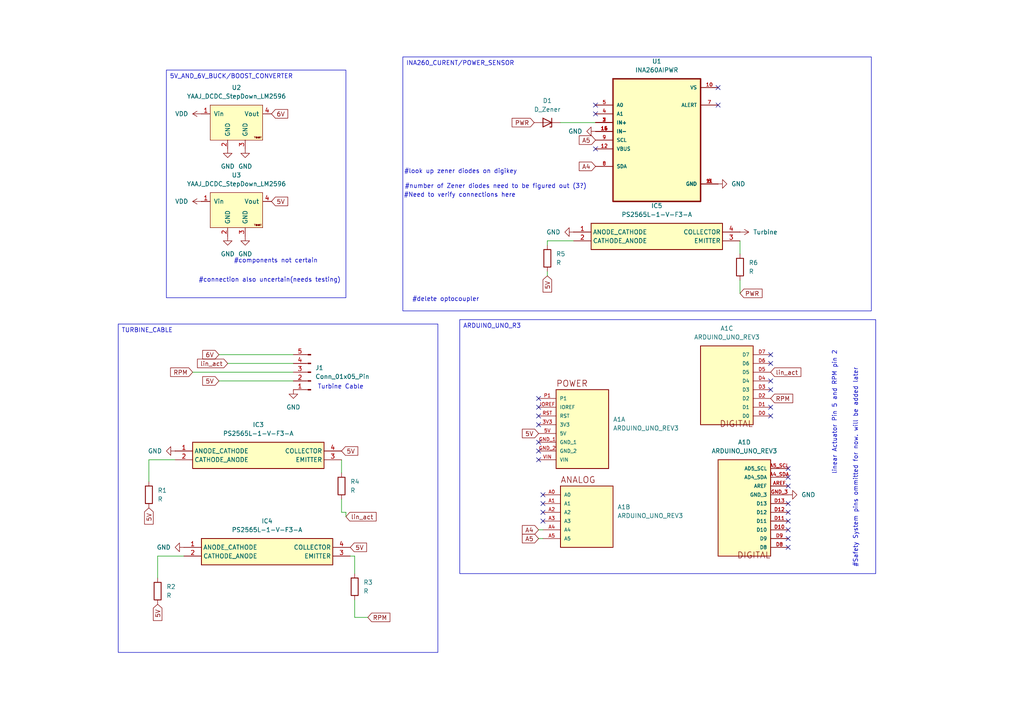
<source format=kicad_sch>
(kicad_sch (version 20250114) (generator "eeschema") (generator_version "9.0")
  (paper "A4")
  (lib_symbols
    (symbol "ARDUINO_UNO_REV3:ARDUINO_UNO_REV3" (pin_names (offset 1.016))
      (property "Reference" "A" (at -7.62 16.002 0))
      (property "Value" "ARDUINO_UNO_REV3" (at -7.62 -12.7 0))
      (symbol "ARDUINO_UNO_REV3_1_0"
        (rectangle (start -7.62 -10.16) (end 7.62 12.7) (stroke (width 0.254)) (fill (type background)))
        (text "POWER" (at -7.62 13.462 0) (effects (font (size 1.778 1.778)) (justify left bottom)))
        (pin bidirectional line (at -12.7 10.16 0) (length 5.08) (name "P1") (number "P1"))
        (pin bidirectional line (at -12.7 7.62 0) (length 5.08) (name "IOREF") (number "IOREF"))
        (pin bidirectional line (at -12.7 5.08 0) (length 5.08) (name "RST") (number "RST"))
        (pin power_in line (at -12.7 2.54 0) (length 5.08) (name "3V3") (number "3V3"))
        (pin power_in line (at -12.7 0 0) (length 5.08) (name "5V") (number "5V"))
        (pin power_in line (at -12.7 -2.54 0) (length 5.08) (name "GND_1") (number "GND_1"))
        (pin power_in line (at -12.7 -5.08 0) (length 5.08) (name "GND_2") (number "GND_2"))
        (pin power_in line (at -12.7 -7.62 0) (length 5.08) (name "VIN") (number "VIN"))
      )
      (symbol "ARDUINO_UNO_REV3_2_0"
        (rectangle (start -7.62 -10.16) (end 7.62 7.62) (stroke (width 0.254)) (fill (type background)))
        (text "ANALOG" (at -7.62 8.382 0) (effects (font (size 1.778 1.778)) (justify left bottom)))
        (pin bidirectional line (at -12.7 5.08 0) (length 5.08) (name "A0") (number "A0"))
        (pin bidirectional line (at -12.7 2.54 0) (length 5.08) (name "A1") (number "A1"))
        (pin bidirectional line (at -12.7 0 0) (length 5.08) (name "A2") (number "A2"))
        (pin bidirectional line (at -12.7 -2.54 0) (length 5.08) (name "A3") (number "A3"))
        (pin bidirectional line (at -12.7 -5.08 0) (length 5.08) (name "A4") (number "A4"))
        (pin bidirectional line (at -12.7 -7.62 0) (length 5.08) (name "A5") (number "A5"))
      )
      (symbol "ARDUINO_UNO_REV3_3_0"
        (rectangle (start -7.62 -12.7) (end 7.62 10.16) (stroke (width 0.254)) (fill (type background)))
        (text "DIGITAL" (at -7.62 10.922 0) (effects (font (size 1.778 1.778)) (justify left bottom)))
        (pin bidirectional line (at -12.7 7.62 0) (length 5.08) (name "D0") (number "D0"))
        (pin bidirectional line (at -12.7 5.08 0) (length 5.08) (name "D1") (number "D1"))
        (pin bidirectional line (at -12.7 2.54 0) (length 5.08) (name "D2") (number "D2"))
        (pin bidirectional line (at -12.7 0 0) (length 5.08) (name "D3") (number "D3"))
        (pin bidirectional line (at -12.7 -2.54 0) (length 5.08) (name "D4") (number "D4"))
        (pin bidirectional line (at -12.7 -5.08 0) (length 5.08) (name "D5") (number "D5"))
        (pin bidirectional line (at -12.7 -7.62 0) (length 5.08) (name "D6") (number "D6"))
        (pin bidirectional line (at -12.7 -10.16 0) (length 5.08) (name "D7") (number "D7"))
      )
      (symbol "ARDUINO_UNO_REV3_4_0"
        (rectangle (start -7.62 -15.24) (end 7.62 12.7) (stroke (width 0.254)) (fill (type background)))
        (text "DIGITAL" (at -7.62 13.462 0) (effects (font (size 1.778 1.778)) (justify left bottom)))
        (pin bidirectional line (at -12.7 10.16 0) (length 5.08) (name "D8") (number "D8"))
        (pin bidirectional line (at -12.7 7.62 0) (length 5.08) (name "D9") (number "D9"))
        (pin bidirectional line (at -12.7 5.08 0) (length 5.08) (name "D10") (number "D10"))
        (pin bidirectional line (at -12.7 2.54 0) (length 5.08) (name "D11") (number "D11"))
        (pin bidirectional line (at -12.7 0 0) (length 5.08) (name "D12") (number "D12"))
        (pin bidirectional line (at -12.7 -2.54 0) (length 5.08) (name "D13") (number "D13"))
        (pin power_in line (at -12.7 -5.08 0) (length 5.08) (name "GND_3") (number "GND_3"))
        (pin bidirectional line (at -12.7 -7.62 0) (length 5.08) (name "AREF") (number "AREF"))
        (pin bidirectional line (at -12.7 -10.16 0) (length 5.08) (name "AD4_SDA") (number "A4_SDA"))
        (pin bidirectional line (at -12.7 -12.7 0) (length 5.08) (name "AD5_SCL") (number "A5_SCL"))
      )
    )
    (symbol "Connector:Conn_01x05_Pin" (pin_names (offset 1.016) (hide yes))
      (property "Reference" "J" (at 0 7.62 0))
      (property "Value" "Conn_01x05_Pin" (at 0 -7.62 0))
      (symbol "Conn_01x05_Pin_1_1"
        (rectangle (start 0.8636 5.207) (end 0 4.953) (stroke (width 0.1524)) (fill (type outline)))
        (rectangle (start 0.8636 2.667) (end 0 2.413) (stroke (width 0.1524)) (fill (type outline)))
        (rectangle (start 0.8636 0.127) (end 0 -0.127) (stroke (width 0.1524)) (fill (type outline)))
        (rectangle (start 0.8636 -2.413) (end 0 -2.667) (stroke (width 0.1524)) (fill (type outline)))
        (rectangle (start 0.8636 -4.953) (end 0 -5.207) (stroke (width 0.1524)) (fill (type outline)))
        (polyline (pts (xy 1.27 5.08) (xy 0.8636 5.08)) (stroke (width 0.1524)))
        (polyline (pts (xy 1.27 2.54) (xy 0.8636 2.54)) (stroke (width 0.1524)))
        (polyline (pts (xy 1.27 0) (xy 0.8636 0)) (stroke (width 0.1524)))
        (polyline (pts (xy 1.27 -2.54) (xy 0.8636 -2.54)) (stroke (width 0.1524)))
        (polyline (pts (xy 1.27 -5.08) (xy 0.8636 -5.08)) (stroke (width 0.1524)))
        (pin passive line (at 5.08 5.08 180) (length 3.81) (name "Pin_1") (number "1"))
        (pin passive line (at 5.08 2.54 180) (length 3.81) (name "Pin_2") (number "2"))
        (pin passive line (at 5.08 0 180) (length 3.81) (name "Pin_3") (number "3"))
        (pin passive line (at 5.08 -2.54 180) (length 3.81) (name "Pin_4") (number "4"))
        (pin passive line (at 5.08 -5.08 180) (length 3.81) (name "Pin_5") (number "5"))
      )
    )
    (symbol "Device:D_Zener" (pin_numbers (hide yes)) (pin_names (offset 1.016) (hide yes))
      (property "Reference" "D" (at 0 2.54 0))
      (property "Value" "D_Zener" (at 0 -2.54 0))
      (symbol "D_Zener_0_1"
        (polyline (pts (xy -1.27 -1.27) (xy -1.27 1.27) (xy -0.762 1.27)) (stroke (width 0.254)))
        (polyline (pts (xy 1.27 0) (xy -1.27 0)))
        (polyline (pts (xy 1.27 -1.27) (xy 1.27 1.27) (xy -1.27 0) (xy 1.27 -1.27)) (stroke (width 0.254)))
      )
      (symbol "D_Zener_1_1"
        (pin passive line (at -3.81 0 0) (length 2.54) (name "K") (number "1"))
        (pin passive line (at 3.81 0 180) (length 2.54) (name "A") (number "2"))
      )
    )
    (symbol "Device:R" (pin_numbers (hide yes)) (pin_names (offset 0))
      (property "Reference" "R" (at 2.032 0 90))
      (property "Value" "R" (at 0 0 90))
      (symbol "R_0_1"
        (rectangle (start -1.016 -2.54) (end 1.016 2.54) (stroke (width 0.254)))
      )
      (symbol "R_1_1"
        (pin passive line (at 0 3.81 270) (length 1.27) (name "~") (number "1"))
        (pin passive line (at 0 -3.81 90) (length 1.27) (name "~") (number "2"))
      )
    )
    (symbol "INA260AIPWR:INA260AIPWR" (pin_names (offset 1.016))
      (property "Reference" "U" (at -12.7 18.78 0))
      (property "Value" "INA260AIPWR" (at -12.7 -21.78 0))
      (symbol "INA260AIPWR_0_0"
        (rectangle (start -12.7 -17.78) (end 12.7 17.78) (stroke (width 0.41)) (fill (type background)))
        (pin input line (at -17.78 10.16 0) (length 5.08) (name "A0") (number "5"))
        (pin input line (at -17.78 7.62 0) (length 5.08) (name "A1") (number "4"))
        (pin input line (at -17.78 5.08 0) (length 5.08) (name "IN+") (number "1"))
        (pin input line (at -17.78 5.08 0) (length 5.08) (name "IN+") (number "2"))
        (pin input line (at -17.78 5.08 0) (length 5.08) (name "IN+") (number "3"))
        (pin input line (at -17.78 2.54 0) (length 5.08) (name "IN-") (number "14"))
        (pin input line (at -17.78 2.54 0) (length 5.08) (name "IN-") (number "15"))
        (pin input line (at -17.78 2.54 0) (length 5.08) (name "IN-") (number "16"))
        (pin input line (at -17.78 0 0) (length 5.08) (name "SCL") (number "9"))
        (pin input line (at -17.78 -2.54 0) (length 5.08) (name "VBUS") (number "12"))
        (pin bidirectional line (at -17.78 -7.62 0) (length 5.08) (name "SDA") (number "8"))
        (pin power_in line (at 17.78 15.24 180) (length 5.08) (name "VS") (number "10"))
        (pin output line (at 17.78 10.16 180) (length 5.08) (name "ALERT") (number "7"))
        (pin power_in line (at 17.78 -12.7 180) (length 5.08) (name "GND") (number "11"))
        (pin power_in line (at 17.78 -12.7 180) (length 5.08) (name "GND") (number "6"))
      )
    )
    (symbol "LM2596:YAAJ_DCDC_StepDown_LM2596" (pin_names (offset 1.016))
      (property "Reference" "U" (at -5.08 6.35 0))
      (property "Value" "YAAJ_DCDC_StepDown_LM2596" (at 0 11.43 0))
      (symbol "YAAJ_DCDC_StepDown_LM2596_0_1"
        (rectangle (start -7.62 5.08) (end 7.62 -5.08) (fill (type background)))
      )
      (symbol "YAAJ_DCDC_StepDown_LM2596_1_1"
        (text "Y@@V" (at 6.1976 -4.2672 0) (effects (font (size 0.508 0.508))))
        (pin power_in line (at -10.16 2.54 0) (length 2.54) (name "Vin") (number "1"))
        (pin power_in line (at -2.54 -7.62 90) (length 2.54) (name "GND") (number "2"))
        (pin power_in line (at 2.54 -7.62 90) (length 2.54) (name "GND") (number "3"))
        (pin power_out line (at 10.16 2.54 180) (length 2.54) (name "Vout") (number "4"))
      )
    )
    (symbol "PS2565L-1-V-F3-A:PS2565L-1-V-F3-A"
      (property "Reference" "IC" (at 44.45 7.62 0))
      (property "Value" "PS2565L-1-V-F3-A" (at 44.45 5.08 0))
      (symbol "PS2565L-1-V-F3-A_1_1"
        (rectangle (start 5.08 2.54) (end 43.18 -5.08) (stroke (width 0.254)) (fill (type background)))
        (pin passive line (at 0 0 0) (length 5.08) (name "ANODE_CATHODE") (number "1"))
        (pin passive line (at 0 -2.54 0) (length 5.08) (name "CATHODE_ANODE") (number "2"))
        (pin passive line (at 48.26 0 180) (length 5.08) (name "COLLECTOR") (number "4"))
        (pin passive line (at 48.26 -2.54 180) (length 5.08) (name "EMITTER") (number "3"))
      )
    )
    (symbol "power:GND" (power) (pin_numbers (hide yes)) (pin_names (offset 0) (hide yes))
      (property "Value" "GND" (at 0 -3.81 0))
      (symbol "GND_0_1"
        (polyline (pts (xy 0 0) (xy 0 -1.27) (xy 1.27 -1.27) (xy 0 -2.54) (xy -1.27 -1.27) (xy 0 -1.27)))
      )
      (symbol "GND_1_1"
        (pin power_in line (at 0 0 270) (length 0) (name "~") (number "1"))
      )
    )
    (symbol "power:VDD" (power) (pin_numbers (hide yes)) (pin_names (offset 0) (hide yes))
      (property "Value" "VDD" (at 0 3.556 0))
      (symbol "VDD_0_1"
        (polyline (pts (xy -0.762 1.27) (xy 0 2.54)))
        (polyline (pts (xy 0 2.54) (xy 0.762 1.27)))
        (polyline (pts (xy 0 0) (xy 0 2.54)))
      )
      (symbol "VDD_1_1"
        (pin power_in line (at 0 0 90) (length 0) (name "~") (number "1"))
      )
    )
  )
  (text "#Safety System pins ommitted for now. will be added later" (at 248.158 135.636 90) (effects (font (size 1.27 1.27))))
  (text "#Need to verify connections here" (at 133.35 56.642 0) (effects (font (size 1.27 1.27))))
  (text "#connection also uncertain(needs testing)" (at 78.232 81.28 0) (effects (font (size 1.27 1.27))))
  (text "linear Actuator Pin 5 and RPM pin 2" (at 242.062 119.634 90) (effects (font (size 1.27 1.27))))
  (text "#look up zener diodes on digikey" (at 133.604 49.784 0) (effects (font (size 1.27 1.27))))
  (text "#delete optocoupler" (at 129.286 86.868 0) (effects (font (size 1.27 1.27))))
  (text "#number of Zener diodes need to be figured out (3?) " (at 144.272 54.102 0) (effects (font (size 1.27 1.27))))
  (text "Turbine Cable" (at 98.806 112.268 0) (effects (font (size 1.27 1.27))))
  (text "#components not certain" (at 80.01 75.692 0) (effects (font (size 1.27 1.27))))
  (text_box "TURBINE_CABLE" (at 34.29 93.98 0) (size 92.71 95.25) (margins 0.9525 0.9525 0.9525 0.9525) (effects (font (size 1.27 1.27)) (justify left top)))
  (text_box "ARDUINO_UNO_R3" (at 133.35 92.71 0) (size 120.65 73.66) (margins 0.9525 0.9525 0.9525 0.9525) (effects (font (size 1.27 1.27)) (justify left top)))
  (text_box "5V_AND_6V_BUCK/BOOST_CONVERTER" (at 48.26 20.32 0) (size 52.07 66.04) (margins 0.9525 0.9525 0.9525 0.9525) (effects (font (size 1.27 1.27)) (justify left top)))
  (text_box "INA260_CURENT/POWER_SENSOR" (at 116.84 16.51 0) (size 135.89 73.66) (margins 0.9525 0.9525 0.9525 0.9525) (effects (font (size 1.27 1.27)) (justify left top)))
  (no_connect (at 223.52 110.49))
  (no_connect (at 172.72 30.48))
  (no_connect (at 156.21 118.11))
  (no_connect (at 228.6 146.05))
  (no_connect (at 228.6 151.13))
  (no_connect (at 228.6 158.75))
  (no_connect (at 157.48 148.59))
  (no_connect (at 208.28 25.4))
  (no_connect (at 156.21 128.27))
  (no_connect (at 228.6 153.67))
  (no_connect (at 223.52 105.41))
  (no_connect (at 223.52 113.03))
  (no_connect (at 156.21 133.35))
  (no_connect (at 157.48 146.05))
  (no_connect (at 228.6 138.43))
  (no_connect (at 208.28 30.48))
  (no_connect (at 157.48 143.51))
  (no_connect (at 228.6 140.97))
  (no_connect (at 223.52 120.65))
  (no_connect (at 172.72 33.02))
  (no_connect (at 156.21 115.57))
  (no_connect (at 223.52 102.87))
  (no_connect (at 172.72 43.18))
  (no_connect (at 228.6 148.59))
  (no_connect (at 156.21 130.81))
  (no_connect (at 228.6 135.89))
  (no_connect (at 156.21 120.65))
  (no_connect (at 223.52 118.11))
  (no_connect (at 156.21 123.19))
  (no_connect (at 157.48 151.13))
  (no_connect (at 228.6 156.21))
  (wire (pts (xy 102.87 179.07) (xy 102.87 173.99)))
  (wire (pts (xy 45.72 161.29) (xy 45.72 167.64)))
  (wire (pts (xy 162.56 35.56) (xy 172.72 35.56)))
  (wire (pts (xy 85.09 105.41) (xy 66.04 105.41)))
  (wire (pts (xy 157.48 156.21) (xy 156.21 156.21)))
  (wire (pts (xy 100.33 149.86) (xy 100.33 148.59)))
  (wire (pts (xy 158.75 69.85) (xy 158.75 71.12)))
  (wire (pts (xy 157.48 153.67) (xy 156.21 153.67)))
  (wire (pts (xy 50.8 133.35) (xy 43.18 133.35)))
  (wire (pts (xy 214.63 73.66) (xy 214.63 69.85)))
  (wire (pts (xy 99.06 148.59) (xy 99.06 144.78)))
  (wire (pts (xy 100.33 148.59) (xy 99.06 148.59)))
  (wire (pts (xy 106.68 179.07) (xy 102.87 179.07)))
  (wire (pts (xy 102.87 161.29) (xy 101.6 161.29)))
  (wire (pts (xy 85.09 110.49) (xy 63.5 110.49)))
  (wire (pts (xy 166.37 69.85) (xy 158.75 69.85)))
  (wire (pts (xy 214.63 85.09) (xy 214.63 81.28)))
  (wire (pts (xy 158.75 78.74) (xy 158.75 80.01)))
  (wire (pts (xy 55.88 107.95) (xy 85.09 107.95)))
  (wire (pts (xy 53.34 161.29) (xy 45.72 161.29)))
  (wire (pts (xy 85.09 102.87) (xy 63.5 102.87)))
  (wire (pts (xy 99.06 137.16) (xy 99.06 133.35)))
  (wire (pts (xy 43.18 133.35) (xy 43.18 139.7)))
  (wire (pts (xy 102.87 166.37) (xy 102.87 161.29)))
  (global_label "6V" (shape input) (at 63.5 102.87 180) (property "Intersheetrefs" "${INTERSHEET_REFS}" (effects (hide yes))))
  (global_label "A4" (shape input) (at 156.21 153.67 180) (property "Intersheetrefs" "${INTERSHEET_REFS}" (effects (hide yes))))
  (global_label "5V" (shape input) (at 99.06 130.81 0) (property "Intersheetrefs" "${INTERSHEET_REFS}" (effects (hide yes))))
  (global_label "PWR" (shape input) (at 154.94 35.56 180) (property "Intersheetrefs" "${INTERSHEET_REFS}" (effects (hide yes))))
  (global_label "5V" (shape input) (at 156.21 125.73 180) (property "Intersheetrefs" "${INTERSHEET_REFS}" (effects (hide yes))))
  (global_label "lin_act" (shape input) (at 100.33 149.86 0) (property "Intersheetrefs" "${INTERSHEET_REFS}" (effects (hide yes))))
  (global_label "lin_act" (shape input) (at 223.52 107.95 0) (property "Intersheetrefs" "${INTERSHEET_REFS}" (effects (hide yes))))
  (global_label "5V" (shape input) (at 78.74 58.42 0) (property "Intersheetrefs" "${INTERSHEET_REFS}" (effects (hide yes))))
  (global_label "A4" (shape input) (at 172.72 48.26 180) (property "Intersheetrefs" "${INTERSHEET_REFS}" (effects (hide yes))))
  (global_label "5V" (shape input) (at 43.18 147.32 270) (property "Intersheetrefs" "${INTERSHEET_REFS}" (effects (hide yes))))
  (global_label "5V" (shape input) (at 45.72 175.26 270) (property "Intersheetrefs" "${INTERSHEET_REFS}" (effects (hide yes))))
  (global_label "lin_act" (shape input) (at 66.04 105.41 180) (property "Intersheetrefs" "${INTERSHEET_REFS}" (effects (hide yes))))
  (global_label "5V" (shape input) (at 63.5 110.49 180) (property "Intersheetrefs" "${INTERSHEET_REFS}" (effects (hide yes))))
  (global_label "RPM" (shape input) (at 106.68 179.07 0) (property "Intersheetrefs" "${INTERSHEET_REFS}" (effects (hide yes))))
  (global_label "PWR" (shape input) (at 214.63 85.09 0) (property "Intersheetrefs" "${INTERSHEET_REFS}" (effects (hide yes))))
  (global_label "6V" (shape input) (at 78.74 33.02 0) (property "Intersheetrefs" "${INTERSHEET_REFS}" (effects (hide yes))))
  (global_label "RPM" (shape input) (at 55.88 107.95 180) (property "Intersheetrefs" "${INTERSHEET_REFS}" (effects (hide yes))))
  (global_label "5V" (shape input) (at 158.75 80.01 270) (property "Intersheetrefs" "${INTERSHEET_REFS}" (effects (hide yes))))
  (global_label "5V" (shape input) (at 101.6 158.75 0) (property "Intersheetrefs" "${INTERSHEET_REFS}" (effects (hide yes))))
  (global_label "A5" (shape input) (at 156.21 156.21 180) (property "Intersheetrefs" "${INTERSHEET_REFS}" (effects (hide yes))))
  (global_label "A5" (shape input) (at 172.72 40.64 180) (property "Intersheetrefs" "${INTERSHEET_REFS}" (effects (hide yes))))
  (global_label "RPM" (shape input) (at 223.52 115.57 0) (property "Intersheetrefs" "${INTERSHEET_REFS}" (effects (hide yes))))
  (symbol (lib_id "PS2565L-1-V-F3-A:PS2565L-1-V-F3-A") (at 50.8 130.81 0) (unit 1)
    (property "Reference" "IC3" (at 74.93 123.19 0))
    (property "Value" "PS2565L-1-V-F3-A" (at 74.93 125.73 0))
    (property "Footprint" "SOP254P960X380-4N" (effects (hide yes)))
    (property "Datasheet" "https://www.renesas.com/en-us/doc/YOUSYS/document/002/PN10236EJ05V0DS.pdf" (effects (hide yes)))
    (property "Description" "The PS2565-1 is optically coupled isolators containing GaAs light emitting diodes and an NPN silicon phototransistor. The PS2565-1 is in a plastic DIP (Dual In-line Package) and the PS2565L-1 is lead bending type (Gull-wing) for surface mount. The PS2565L1-1 is lead bending type for long creepage distance. The PS2565L2-1 is lead bending type for long creepage distance (Gull-wing) for surface mount." (effects (hide yes)))
    (property "Height" "3.8" (effects (hide yes)))
    (property "Manufacturer_Name" "Renesas Electronics" (effects (hide yes)))
    (property "Manufacturer_Part_Number" "PS2565L-1-V-F3-A" (effects (hide yes)))
    (property "Mouser Part Number" "968-PS2565L-1-V-F3-A" (effects (hide yes)))
    (property "Mouser Price/Stock" "https://www.mouser.com/Search/Refine.aspx?Keyword=968-PS2565L-1-V-F3-A" (effects (hide yes)))
    (property "Arrow Part Number" "PS2565L-1-V-F3-A" (effects (hide yes)))
    (property "Arrow Price/Stock" "https://www.arrow.com/en/products/ps2565l-1-v-f3-a/renesas-electronics" (effects (hide yes)))
  )
  (symbol (lib_id "Device:R") (at 99.06 140.97 0) (unit 1)
    (property "Reference" "R4" (at 101.6 139.6999 0) (effects (justify left)))
    (property "Value" "R" (at 101.6 142.2399 0) (effects (justify left)))
    (property "Description" "Resistor" (effects (hide yes)))
  )
  (symbol (lib_id "power:GND") (at 50.8 130.81 270) (unit 1)
    (property "Reference" "#PWR011" (effects (hide yes)))
    (property "Value" "GND" (at 46.99 130.8099 90) (effects (justify right)))
    (property "Description" "Power symbol creates a global label with name \"GND\" , ground" (effects (hide yes)))
  )
  (symbol (lib_id "power:GND") (at 172.72 38.1 270) (unit 1)
    (property "Reference" "#PWR03" (effects (hide yes)))
    (property "Value" "GND" (at 168.91 38.0999 90) (effects (justify right)))
    (property "Description" "Power symbol creates a global label with name \"GND\" , ground" (effects (hide yes)))
  )
  (symbol (lib_id "Connector:Conn_01x05_Pin") (at 90.17 107.95 180) (unit 1)
    (property "Reference" "J1" (at 91.44 106.6799 0) (effects (justify right)))
    (property "Value" "Conn_01x05_Pin" (at 91.44 109.2199 0) (effects (justify right)))
    (property "Footprint" "Connector_PinHeader_2.54mm:PinHeader_1x05_P2.54mm_Horizontal" (effects (hide yes)))
    (property "Description" "Generic connector, single row, 01x05, script generated" (effects (hide yes)))
  )
  (symbol (lib_id "Device:R") (at 45.72 171.45 0) (unit 1)
    (property "Reference" "R2" (at 48.26 170.1799 0) (effects (justify left)))
    (property "Value" "R" (at 48.26 172.7199 0) (effects (justify left)))
    (property "Description" "Resistor" (effects (hide yes)))
  )
  (symbol (lib_id "PS2565L-1-V-F3-A:PS2565L-1-V-F3-A") (at 166.37 67.31 0) (unit 1)
    (property "Reference" "IC5" (at 190.5 59.69 0))
    (property "Value" "PS2565L-1-V-F3-A" (at 190.5 62.23 0))
    (property "Footprint" "SOP254P960X380-4N" (effects (hide yes)))
    (property "Datasheet" "https://www.renesas.com/en-us/doc/YOUSYS/document/002/PN10236EJ05V0DS.pdf" (effects (hide yes)))
    (property "Description" "The PS2565-1 is optically coupled isolators containing GaAs light emitting diodes and an NPN silicon phototransistor. The PS2565-1 is in a plastic DIP (Dual In-line Package) and the PS2565L-1 is lead bending type (Gull-wing) for surface mount. The PS2565L1-1 is lead bending type for long creepage distance. The PS2565L2-1 is lead bending type for long creepage distance (Gull-wing) for surface mount." (effects (hide yes)))
    (property "Height" "3.8" (effects (hide yes)))
    (property "Manufacturer_Name" "Renesas Electronics" (effects (hide yes)))
    (property "Manufacturer_Part_Number" "PS2565L-1-V-F3-A" (effects (hide yes)))
    (property "Mouser Part Number" "968-PS2565L-1-V-F3-A" (effects (hide yes)))
    (property "Mouser Price/Stock" "https://www.mouser.com/Search/Refine.aspx?Keyword=968-PS2565L-1-V-F3-A" (effects (hide yes)))
    (property "Arrow Part Number" "PS2565L-1-V-F3-A" (effects (hide yes)))
    (property "Arrow Price/Stock" "https://www.arrow.com/en/products/ps2565l-1-v-f3-a/renesas-electronics" (effects (hide yes)))
  )
  (symbol (lib_id "ARDUINO_UNO_REV3:ARDUINO_UNO_REV3") (at 168.91 125.73 0) (unit 1)
    (property "Reference" "A1" (at 177.8 121.6499 0) (effects (justify left)))
    (property "Value" "ARDUINO_UNO_REV3" (at 177.8 124.1899 0) (effects (justify left)))
    (property "Footprint" "Module:Arduino_UNO_R3" (effects (hide yes)))
    (property "MF" "Arduino" (effects (hide yes)))
    (property "MAXIMUM_PACKAGE_HEIGHT" "N/A" (effects (hide yes)))
    (property "Package" "Non-Standard Arduino" (effects (hide yes)))
    (property "Price" "None" (effects (hide yes)))
    (property "Check_prices" "https://www.snapeda.com/parts/Arduino%20Uno%20Rev3/Arduino/view-part/?ref=eda" (effects (hide yes)))
    (property "STANDARD" "Manufacturer Recommendations" (effects (hide yes)))
    (property "PARTREV" "N/A" (effects (hide yes)))
    (property "SnapEDA_Link" "https://www.snapeda.com/parts/Arduino%20Uno%20Rev3/Arduino/view-part/?ref=snap" (effects (hide yes)))
    (property "MP" "Arduino Uno Rev3" (effects (hide yes)))
    (property "Description_1" "\n                        \n                            Microcontroller board based on the ATmega328P.\n                        \n" (effects (hide yes)))
    (property "MANUFACTURER" "Arduino" (effects (hide yes)))
    (property "Availability" "Not in stock" (effects (hide yes)))
    (property "SNAPEDA_PN" "ARDUINO UNO REV3" (effects (hide yes)))
  )
  (symbol (lib_id "power:GND") (at 85.09 113.03 0) (unit 1)
    (property "Reference" "#PWR014" (effects (hide yes)))
    (property "Value" "GND" (at 85.09 118.11 0))
    (property "Description" "Power symbol creates a global label with name \"GND\" , ground" (effects (hide yes)))
  )
  (symbol (lib_id "power:GND") (at 166.37 67.31 270) (unit 1)
    (property "Reference" "#PWR015" (effects (hide yes)))
    (property "Value" "GND" (at 162.56 67.3099 90) (effects (justify right)))
    (property "Description" "Power symbol creates a global label with name \"GND\" , ground" (effects (hide yes)))
  )
  (symbol (lib_id "Device:R") (at 214.63 77.47 0) (unit 1)
    (property "Reference" "R6" (at 217.17 76.1999 0) (effects (justify left)))
    (property "Value" "R" (at 217.17 78.7399 0) (effects (justify left)))
    (property "Description" "Resistor" (effects (hide yes)))
  )
  (symbol (lib_id "power:VDD") (at 214.63 67.31 270) (unit 1)
    (property "Reference" "#PWR08" (effects (hide yes)))
    (property "Value" "Turbine" (at 218.44 67.3099 90) (effects (justify left)))
    (property "Description" "Power symbol creates a global label with name \"VDD\"" (effects (hide yes)))
  )
  (symbol (lib_id "power:GND") (at 208.28 53.34 90) (unit 1)
    (property "Reference" "#PWR09" (effects (hide yes)))
    (property "Value" "GND" (at 212.09 53.3399 90) (effects (justify right)))
    (property "Description" "Power symbol creates a global label with name \"GND\" , ground" (effects (hide yes)))
  )
  (symbol (lib_id "PS2565L-1-V-F3-A:PS2565L-1-V-F3-A") (at 53.34 158.75 0) (unit 1)
    (property "Reference" "IC4" (at 77.47 151.13 0))
    (property "Value" "PS2565L-1-V-F3-A" (at 77.47 153.67 0))
    (property "Footprint" "SOP254P960X380-4N" (effects (hide yes)))
    (property "Datasheet" "https://www.renesas.com/en-us/doc/YOUSYS/document/002/PN10236EJ05V0DS.pdf" (effects (hide yes)))
    (property "Description" "The PS2565-1 is optically coupled isolators containing GaAs light emitting diodes and an NPN silicon phototransistor. The PS2565-1 is in a plastic DIP (Dual In-line Package) and the PS2565L-1 is lead bending type (Gull-wing) for surface mount. The PS2565L1-1 is lead bending type for long creepage distance. The PS2565L2-1 is lead bending type for long creepage distance (Gull-wing) for surface mount." (effects (hide yes)))
    (property "Height" "3.8" (effects (hide yes)))
    (property "Manufacturer_Name" "Renesas Electronics" (effects (hide yes)))
    (property "Manufacturer_Part_Number" "PS2565L-1-V-F3-A" (effects (hide yes)))
    (property "Mouser Part Number" "968-PS2565L-1-V-F3-A" (effects (hide yes)))
    (property "Mouser Price/Stock" "https://www.mouser.com/Search/Refine.aspx?Keyword=968-PS2565L-1-V-F3-A" (effects (hide yes)))
    (property "Arrow Part Number" "PS2565L-1-V-F3-A" (effects (hide yes)))
    (property "Arrow Price/Stock" "https://www.arrow.com/en/products/ps2565l-1-v-f3-a/renesas-electronics" (effects (hide yes)))
  )
  (symbol (lib_id "Device:R") (at 158.75 74.93 0) (unit 1)
    (property "Reference" "R5" (at 161.29 73.6599 0) (effects (justify left)))
    (property "Value" "R" (at 161.29 76.1999 0) (effects (justify left)))
    (property "Description" "Resistor" (effects (hide yes)))
  )
  (symbol (lib_id "Device:D_Zener") (at 158.75 35.56 180) (unit 1)
    (property "Reference" "D1" (at 158.75 29.21 0))
    (property "Value" "D_Zener" (at 158.75 31.75 0))
    (property "Description" "Zener diode" (effects (hide yes)))
  )
  (symbol (lib_id "power:GND") (at 228.6 143.51 90) (unit 1)
    (property "Reference" "#PWR013" (effects (hide yes)))
    (property "Value" "GND" (at 232.41 143.5099 90) (effects (justify right)))
    (property "Description" "Power symbol creates a global label with name \"GND\" , ground" (effects (hide yes)))
  )
  (symbol (lib_id "power:GND") (at 71.12 68.58 0) (unit 1)
    (property "Reference" "#PWR04" (effects (hide yes)))
    (property "Value" "GND" (at 71.12 73.66 0))
    (property "Description" "Power symbol creates a global label with name \"GND\" , ground" (effects (hide yes)))
  )
  (symbol (lib_id "Device:R") (at 43.18 143.51 0) (unit 1)
    (property "Reference" "R1" (at 45.72 142.2399 0) (effects (justify left)))
    (property "Value" "R" (at 45.72 144.7799 0) (effects (justify left)))
    (property "Description" "Resistor" (effects (hide yes)))
  )
  (symbol (lib_id "power:GND") (at 66.04 43.18 0) (unit 1)
    (property "Reference" "#PWR017" (effects (hide yes)))
    (property "Value" "GND" (at 66.04 48.26 0))
    (property "Description" "Power symbol creates a global label with name \"GND\" , ground" (effects (hide yes)))
  )
  (symbol (lib_id "Device:R") (at 102.87 170.18 0) (unit 1)
    (property "Reference" "R3" (at 105.41 168.9099 0) (effects (justify left)))
    (property "Value" "R" (at 105.41 171.4499 0) (effects (justify left)))
    (property "Description" "Resistor" (effects (hide yes)))
  )
  (symbol (lib_id "INA260AIPWR:INA260AIPWR") (at 190.5 40.64 0) (unit 1)
    (property "Reference" "U1" (at 190.5 17.78 0))
    (property "Value" "INA260AIPWR" (at 190.5 20.32 0))
    (property "Footprint" "wsg_fp:SOP65P490X110-8N" (effects (hide yes)))
    (property "MF" "Texas Instruments" (effects (hide yes)))
    (property "Description_1" "\n                        \n                            36V, 16-bit, precision i2c output current/voltage/power monitor w/ int. shunt resistor\n                        \n" (effects (hide yes)))
    (property "Package" "TSSOP-16 Texas Instruments" (effects (hide yes)))
    (property "Price" "None" (effects (hide yes)))
    (property "SnapEDA_Link" "https://www.snapeda.com/parts/INA260AIPWR/Texas+Instruments/view-part/?ref=snap" (effects (hide yes)))
    (property "MP" "INA260AIPWR" (effects (hide yes)))
    (property "Availability" "In Stock" (effects (hide yes)))
    (property "Check_prices" "https://www.snapeda.com/parts/INA260AIPWR/Texas+Instruments/view-part/?ref=eda" (effects (hide yes)))
  )
  (symbol (lib_id "power:VDD") (at 58.42 33.02 90) (unit 1)
    (property "Reference" "#PWR010" (effects (hide yes)))
    (property "Value" "VDD" (at 54.61 33.0199 90) (effects (justify left)))
    (property "Description" "Power symbol creates a global label with name \"VDD\"" (effects (hide yes)))
  )
  (symbol (lib_id "LM2596:YAAJ_DCDC_StepDown_LM2596") (at 68.58 60.96 0) (unit 1)
    (property "Reference" "U3" (at 68.58 50.8 0))
    (property "Value" "YAAJ_DCDC_StepDown_LM2596" (at 68.58 53.34 0))
    (property "Footprint" "footprints:TO263-5" (effects (hide yes)))
    (property "Description" "module : adjustable step down module 3.2V-40V to 1.25V-35V 3A" (effects (hide yes)))
  )
  (symbol (lib_id "power:VDD") (at 58.42 58.42 90) (unit 1)
    (property "Reference" "#PWR01" (effects (hide yes)))
    (property "Value" "VDD" (at 54.61 58.4199 90) (effects (justify left)))
    (property "Description" "Power symbol creates a global label with name \"VDD\"" (effects (hide yes)))
  )
  (symbol (lib_id "ARDUINO_UNO_REV3:ARDUINO_UNO_REV3") (at 210.82 113.03 180) (unit 3)
    (property "Reference" "A1" (at 210.82 95.25 0))
    (property "Value" "ARDUINO_UNO_REV3" (at 210.82 97.79 0))
    (property "Footprint" "Module:Arduino_UNO_R3" (effects (hide yes)))
    (property "MF" "Arduino" (effects (hide yes)))
    (property "MAXIMUM_PACKAGE_HEIGHT" "N/A" (effects (hide yes)))
    (property "Package" "Non-Standard Arduino" (effects (hide yes)))
    (property "Price" "None" (effects (hide yes)))
    (property "Check_prices" "https://www.snapeda.com/parts/Arduino%20Uno%20Rev3/Arduino/view-part/?ref=eda" (effects (hide yes)))
    (property "STANDARD" "Manufacturer Recommendations" (effects (hide yes)))
    (property "PARTREV" "N/A" (effects (hide yes)))
    (property "SnapEDA_Link" "https://www.snapeda.com/parts/Arduino%20Uno%20Rev3/Arduino/view-part/?ref=snap" (effects (hide yes)))
    (property "MP" "Arduino Uno Rev3" (effects (hide yes)))
    (property "Description_1" "\n                        \n                            Microcontroller board based on the ATmega328P.\n                        \n" (effects (hide yes)))
    (property "MANUFACTURER" "Arduino" (effects (hide yes)))
    (property "Availability" "Not in stock" (effects (hide yes)))
    (property "SNAPEDA_PN" "ARDUINO UNO REV3" (effects (hide yes)))
  )
  (symbol (lib_id "ARDUINO_UNO_REV3:ARDUINO_UNO_REV3") (at 215.9 148.59 180) (unit 4)
    (property "Reference" "A1" (at 215.9 128.27 0))
    (property "Value" "ARDUINO_UNO_REV3" (at 215.9 130.81 0))
    (property "Footprint" "Module:Arduino_UNO_R3" (effects (hide yes)))
    (property "MF" "Arduino" (effects (hide yes)))
    (property "MAXIMUM_PACKAGE_HEIGHT" "N/A" (effects (hide yes)))
    (property "Package" "Non-Standard Arduino" (effects (hide yes)))
    (property "Price" "None" (effects (hide yes)))
    (property "Check_prices" "https://www.snapeda.com/parts/Arduino%20Uno%20Rev3/Arduino/view-part/?ref=eda" (effects (hide yes)))
    (property "STANDARD" "Manufacturer Recommendations" (effects (hide yes)))
    (property "PARTREV" "N/A" (effects (hide yes)))
    (property "SnapEDA_Link" "https://www.snapeda.com/parts/Arduino%20Uno%20Rev3/Arduino/view-part/?ref=snap" (effects (hide yes)))
    (property "MP" "Arduino Uno Rev3" (effects (hide yes)))
    (property "Description_1" "\n                        \n                            Microcontroller board based on the ATmega328P.\n                        \n" (effects (hide yes)))
    (property "MANUFACTURER" "Arduino" (effects (hide yes)))
    (property "Availability" "Not in stock" (effects (hide yes)))
    (property "SNAPEDA_PN" "ARDUINO UNO REV3" (effects (hide yes)))
  )
  (symbol (lib_id "LM2596:YAAJ_DCDC_StepDown_LM2596") (at 68.58 35.56 0) (unit 1)
    (property "Reference" "U2" (at 68.58 25.4 0))
    (property "Value" "YAAJ_DCDC_StepDown_LM2596" (at 68.58 27.94 0))
    (property "Footprint" "footprints:TO263-5" (effects (hide yes)))
    (property "Description" "module : adjustable step down module 3.2V-40V to 1.25V-35V 3A" (effects (hide yes)))
  )
  (symbol (lib_id "power:GND") (at 71.12 43.18 0) (unit 1)
    (property "Reference" "#PWR016" (effects (hide yes)))
    (property "Value" "GND" (at 71.12 48.26 0))
    (property "Description" "Power symbol creates a global label with name \"GND\" , ground" (effects (hide yes)))
  )
  (symbol (lib_id "power:GND") (at 53.34 158.75 270) (unit 1)
    (property "Reference" "#PWR012" (effects (hide yes)))
    (property "Value" "GND" (at 49.53 158.7499 90) (effects (justify right)))
    (property "Description" "Power symbol creates a global label with name \"GND\" , ground" (effects (hide yes)))
  )
  (symbol (lib_id "ARDUINO_UNO_REV3:ARDUINO_UNO_REV3") (at 170.18 148.59 0) (unit 2)
    (property "Reference" "A1" (at 179.07 147.0499 0) (effects (justify left)))
    (property "Value" "ARDUINO_UNO_REV3" (at 179.07 149.5899 0) (effects (justify left)))
    (property "Footprint" "Module:Arduino_UNO_R3" (effects (hide yes)))
    (property "MF" "Arduino" (effects (hide yes)))
    (property "MAXIMUM_PACKAGE_HEIGHT" "N/A" (effects (hide yes)))
    (property "Package" "Non-Standard Arduino" (effects (hide yes)))
    (property "Price" "None" (effects (hide yes)))
    (property "Check_prices" "https://www.snapeda.com/parts/Arduino%20Uno%20Rev3/Arduino/view-part/?ref=eda" (effects (hide yes)))
    (property "STANDARD" "Manufacturer Recommendations" (effects (hide yes)))
    (property "PARTREV" "N/A" (effects (hide yes)))
    (property "SnapEDA_Link" "https://www.snapeda.com/parts/Arduino%20Uno%20Rev3/Arduino/view-part/?ref=snap" (effects (hide yes)))
    (property "MP" "Arduino Uno Rev3" (effects (hide yes)))
    (property "Description_1" "\n                        \n                            Microcontroller board based on the ATmega328P.\n                        \n" (effects (hide yes)))
    (property "MANUFACTURER" "Arduino" (effects (hide yes)))
    (property "Availability" "Not in stock" (effects (hide yes)))
    (property "SNAPEDA_PN" "ARDUINO UNO REV3" (effects (hide yes)))
  )
  (symbol (lib_id "power:GND") (at 66.04 68.58 0) (unit 1)
    (property "Reference" "#PWR02" (effects (hide yes)))
    (property "Value" "GND" (at 66.04 73.66 0))
    (property "Description" "Power symbol creates a global label with name \"GND\" , ground" (effects (hide yes)))
  )
)
</source>
